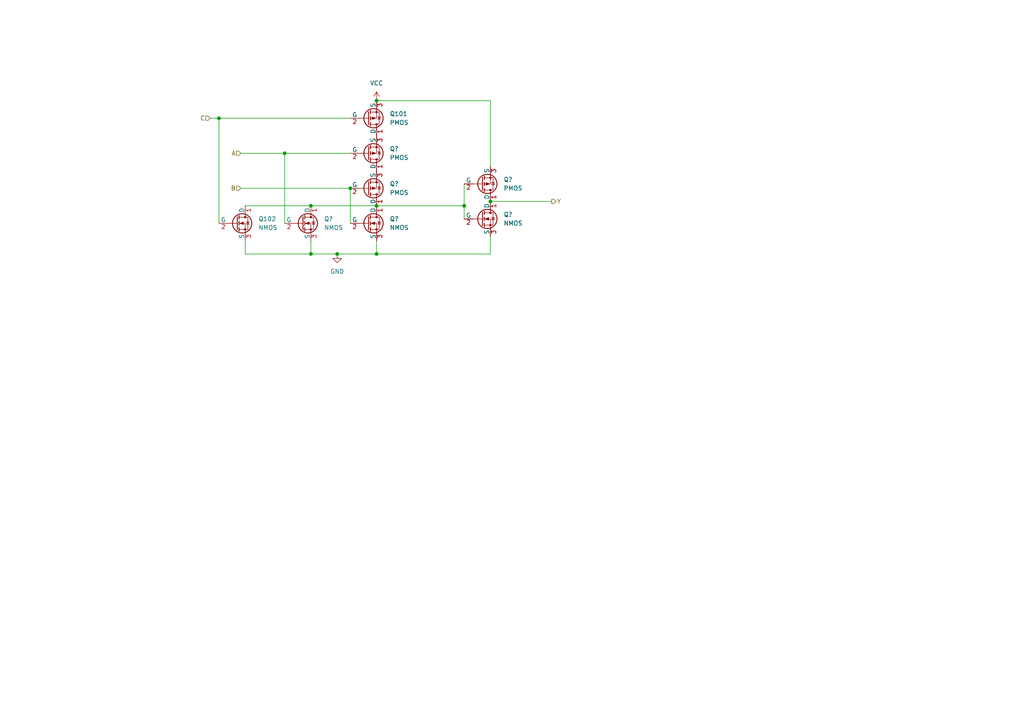
<source format=kicad_sch>
(kicad_sch (version 20250114) (generator "eeschema") (generator_version "9.0")
  (paper "A4")
  (lib_symbols
    (symbol "Simulation_SPICE:NMOS" (pin_names (offset 0))
      (property "Reference" "Q" (at 5.08 1.27 0))
      (property "Value" "NMOS" (at 5.08 -1.27 0))
      (symbol "NMOS_0_1"
        (polyline (pts (xy 0.254 1.905) (xy 0.254 -1.905)) (stroke (width 0.254)))
        (polyline (pts (xy 0.254 0) (xy -2.54 0)))
        (polyline (pts (xy 0.762 2.286) (xy 0.762 1.27)) (stroke (width 0.254)))
        (polyline (pts (xy 0.762 0.508) (xy 0.762 -0.508)) (stroke (width 0.254)))
        (polyline (pts (xy 0.762 -1.27) (xy 0.762 -2.286)) (stroke (width 0.254)))
        (polyline (pts (xy 0.762 -1.778) (xy 3.302 -1.778) (xy 3.302 1.778) (xy 0.762 1.778)))
        (polyline (pts (xy 1.016 0) (xy 2.032 0.381) (xy 2.032 -0.381) (xy 1.016 0)) (fill (type outline)))
        (circle (center 1.651 0) (radius 2.794) (stroke (width 0.254)))
        (polyline (pts (xy 2.54 2.54) (xy 2.54 1.778)))
        (circle (center 2.54 1.778) (radius 0.254) (fill (type outline)))
        (circle (center 2.54 -1.778) (radius 0.254) (fill (type outline)))
        (polyline (pts (xy 2.54 -2.54) (xy 2.54 0) (xy 0.762 0)))
        (polyline (pts (xy 2.794 0.508) (xy 2.921 0.381) (xy 3.683 0.381) (xy 3.81 0.254)))
        (polyline (pts (xy 3.302 0.381) (xy 2.921 -0.254) (xy 3.683 -0.254) (xy 3.302 0.381)))
      )
      (symbol "NMOS_1_1"
        (pin input line (at -5.08 0 0) (length 2.54) (name "G") (number "2"))
        (pin passive line (at 2.54 5.08 270) (length 2.54) (name "D") (number "1"))
        (pin passive line (at 2.54 -5.08 90) (length 2.54) (name "S") (number "3"))
      )
    )
    (symbol "Simulation_SPICE:PMOS" (pin_names (offset 0))
      (property "Reference" "Q" (at 5.08 1.27 0))
      (property "Value" "PMOS" (at 5.08 -1.27 0))
      (symbol "PMOS_0_1"
        (polyline (pts (xy 0.254 1.905) (xy 0.254 -1.905)) (stroke (width 0.254)))
        (polyline (pts (xy 0.254 0) (xy -2.54 0)))
        (polyline (pts (xy 0.762 2.286) (xy 0.762 1.27)) (stroke (width 0.254)))
        (polyline (pts (xy 0.762 1.778) (xy 3.302 1.778) (xy 3.302 -1.778) (xy 0.762 -1.778)))
        (polyline (pts (xy 0.762 0.508) (xy 0.762 -0.508)) (stroke (width 0.254)))
        (polyline (pts (xy 0.762 -1.27) (xy 0.762 -2.286)) (stroke (width 0.254)))
        (circle (center 1.651 0) (radius 2.794) (stroke (width 0.254)))
        (polyline (pts (xy 2.286 0) (xy 1.27 0.381) (xy 1.27 -0.381) (xy 2.286 0)) (fill (type outline)))
        (polyline (pts (xy 2.54 2.54) (xy 2.54 1.778)))
        (circle (center 2.54 1.778) (radius 0.254) (fill (type outline)))
        (circle (center 2.54 -1.778) (radius 0.254) (fill (type outline)))
        (polyline (pts (xy 2.54 -2.54) (xy 2.54 0) (xy 0.762 0)))
        (polyline (pts (xy 2.794 -0.508) (xy 2.921 -0.381) (xy 3.683 -0.381) (xy 3.81 -0.254)))
        (polyline (pts (xy 3.302 -0.381) (xy 2.921 0.254) (xy 3.683 0.254) (xy 3.302 -0.381)))
      )
      (symbol "PMOS_1_1"
        (pin input line (at -5.08 0 0) (length 2.54) (name "G") (number "2"))
        (pin passive line (at 2.54 5.08 270) (length 2.54) (name "D") (number "1"))
        (pin passive line (at 2.54 -5.08 90) (length 2.54) (name "S") (number "3"))
      )
    )
    (symbol "power:GND" (power) (pin_numbers (hide yes)) (pin_names (offset 0) (hide yes))
      (property "Value" "GND" (at 0 -3.81 0))
      (symbol "GND_0_1"
        (polyline (pts (xy 0 0) (xy 0 -1.27) (xy 1.27 -1.27) (xy 0 -2.54) (xy -1.27 -1.27) (xy 0 -1.27)))
      )
      (symbol "GND_1_1"
        (pin power_in line (at 0 0 270) (length 0) (name "~") (number "1"))
      )
    )
    (symbol "power:VCC" (power) (pin_numbers (hide yes)) (pin_names (offset 0) (hide yes))
      (property "Value" "VCC" (at 0 3.556 0))
      (symbol "VCC_0_1"
        (polyline (pts (xy -0.762 1.27) (xy 0 2.54)))
        (polyline (pts (xy 0 2.54) (xy 0.762 1.27)))
        (polyline (pts (xy 0 0) (xy 0 2.54)))
      )
      (symbol "VCC_1_1"
        (pin power_in line (at 0 0 90) (length 0) (name "~") (number "1"))
      )
    )
  )
  (junction (at 90.17 59.69))
  (junction (at 109.22 73.66))
  (junction (at 63.5 34.29))
  (junction (at 134.62 59.69))
  (junction (at 82.55 44.45))
  (junction (at 142.24 58.42))
  (junction (at 97.79 73.66))
  (junction (at 109.22 29.21))
  (junction (at 90.17 73.66))
  (junction (at 109.22 59.69))
  (junction (at 101.6 54.61))
  (wire (pts (xy 142.24 58.42) (xy 160.02 58.42)))
  (wire (pts (xy 71.12 69.85) (xy 71.12 73.66)))
  (wire (pts (xy 142.24 29.21) (xy 142.24 48.26)))
  (wire (pts (xy 134.62 59.69) (xy 134.62 63.5)))
  (wire (pts (xy 97.79 73.66) (xy 109.22 73.66)))
  (wire (pts (xy 90.17 69.85) (xy 90.17 73.66)))
  (wire (pts (xy 109.22 73.66) (xy 109.22 69.85)))
  (wire (pts (xy 82.55 44.45) (xy 82.55 64.77)))
  (wire (pts (xy 101.6 44.45) (xy 82.55 44.45)))
  (wire (pts (xy 109.22 59.69) (xy 134.62 59.69)))
  (wire (pts (xy 63.5 64.77) (xy 63.5 34.29)))
  (wire (pts (xy 90.17 73.66) (xy 97.79 73.66)))
  (wire (pts (xy 101.6 54.61) (xy 101.6 64.77)))
  (wire (pts (xy 60.96 34.29) (xy 63.5 34.29)))
  (wire (pts (xy 69.85 44.45) (xy 82.55 44.45)))
  (wire (pts (xy 90.17 59.69) (xy 109.22 59.69)))
  (wire (pts (xy 71.12 59.69) (xy 90.17 59.69)))
  (wire (pts (xy 109.22 29.21) (xy 142.24 29.21)))
  (wire (pts (xy 63.5 34.29) (xy 101.6 34.29)))
  (wire (pts (xy 134.62 53.34) (xy 134.62 59.69)))
  (wire (pts (xy 109.22 73.66) (xy 142.24 73.66)))
  (wire (pts (xy 69.85 54.61) (xy 101.6 54.61)))
  (wire (pts (xy 142.24 68.58) (xy 142.24 73.66)))
  (wire (pts (xy 71.12 73.66) (xy 90.17 73.66)))
  (hierarchical_label "B" (shape input) (at 69.85 54.61 180))
  (hierarchical_label "Y" (shape output) (at 160.02 58.42 0))
  (hierarchical_label "A" (shape input) (at 69.85 44.45 180))
  (hierarchical_label "C" (shape input) (at 60.96 34.29 180))
  (symbol (lib_id "Simulation_SPICE:PMOS") (at 106.68 54.61 0) (mirror x) (unit 1)
    (property "Reference" "Q?" (at 113.03 53.3399 0) (effects (justify left)))
    (property "Value" "PMOS" (at 113.03 55.8799 0) (effects (justify left)))
    (property "Footprint" "Package_TO_SOT_SMD:TSOT-23" (effects (hide yes)))
    (property "Datasheet" "https://ngspice.sourceforge.io/docs/ngspice-html-manual/manual.xhtml#cha_MOSFETs" (effects (hide yes)))
    (property "Description" "P-MOSFET transistor, drain/source/gate" (effects (hide yes)))
    (property "Sim.Device" "PMOS" (effects (hide yes)))
    (property "Sim.Type" "MOS1" (effects (hide yes)))
    (property "Sim.Pins" "1=D 2=G 3=S" (effects (hide yes)))
  )
  (symbol (lib_id "power:GND") (at 97.79 73.66 0) (unit 1)
    (property "Reference" "#PWR?" (effects (hide yes)))
    (property "Value" "GND" (at 97.79 78.74 0))
    (property "Description" "Power symbol creates a global label with name \"GND\" , ground" (effects (hide yes)))
  )
  (symbol (lib_id "Simulation_SPICE:PMOS") (at 139.7 53.34 0) (mirror x) (unit 1)
    (property "Reference" "Q?" (at 146.05 52.0699 0) (effects (justify left)))
    (property "Value" "PMOS" (at 146.05 54.6099 0) (effects (justify left)))
    (property "Footprint" "Package_TO_SOT_SMD:TSOT-23" (effects (hide yes)))
    (property "Datasheet" "https://ngspice.sourceforge.io/docs/ngspice-html-manual/manual.xhtml#cha_MOSFETs" (effects (hide yes)))
    (property "Description" "P-MOSFET transistor, drain/source/gate" (effects (hide yes)))
    (property "Sim.Device" "PMOS" (effects (hide yes)))
    (property "Sim.Type" "MOS1" (effects (hide yes)))
    (property "Sim.Pins" "1=D 2=G 3=S" (effects (hide yes)))
  )
  (symbol (lib_id "Simulation_SPICE:PMOS") (at 106.68 44.45 0) (mirror x) (unit 1)
    (property "Reference" "Q?" (at 113.03 43.1799 0) (effects (justify left)))
    (property "Value" "PMOS" (at 113.03 45.7199 0) (effects (justify left)))
    (property "Footprint" "Package_TO_SOT_SMD:TSOT-23" (effects (hide yes)))
    (property "Datasheet" "https://ngspice.sourceforge.io/docs/ngspice-html-manual/manual.xhtml#cha_MOSFETs" (effects (hide yes)))
    (property "Description" "P-MOSFET transistor, drain/source/gate" (effects (hide yes)))
    (property "Sim.Device" "PMOS" (effects (hide yes)))
    (property "Sim.Type" "MOS1" (effects (hide yes)))
    (property "Sim.Pins" "1=D 2=G 3=S" (effects (hide yes)))
  )
  (symbol (lib_id "Simulation_SPICE:NMOS") (at 68.58 64.77 0) (unit 1)
    (property "Reference" "Q102" (at 74.93 63.4999 0) (effects (justify left)))
    (property "Value" "NMOS" (at 74.93 66.0399 0) (effects (justify left)))
    (property "Footprint" "Package_TO_SOT_SMD:TSOT-23" (effects (hide yes)))
    (property "Datasheet" "https://ngspice.sourceforge.io/docs/ngspice-html-manual/manual.xhtml#cha_MOSFETs" (effects (hide yes)))
    (property "Description" "N-MOSFET transistor, drain/source/gate" (effects (hide yes)))
    (property "Sim.Device" "NMOS" (effects (hide yes)))
    (property "Sim.Type" "MOS1" (effects (hide yes)))
    (property "Sim.Pins" "1=D 2=G 3=S" (effects (hide yes)))
  )
  (symbol (lib_id "power:VCC") (at 109.22 29.21 0) (unit 1)
    (property "Reference" "#PWR0101" (effects (hide yes)))
    (property "Value" "VCC" (at 109.22 24.13 0))
    (property "Description" "Power symbol creates a global label with name \"VCC\"" (effects (hide yes)))
  )
  (symbol (lib_id "Simulation_SPICE:NMOS") (at 87.63 64.77 0) (unit 1)
    (property "Reference" "Q?" (at 93.98 63.4999 0) (effects (justify left)))
    (property "Value" "NMOS" (at 93.98 66.0399 0) (effects (justify left)))
    (property "Footprint" "Package_TO_SOT_SMD:TSOT-23" (effects (hide yes)))
    (property "Datasheet" "https://ngspice.sourceforge.io/docs/ngspice-html-manual/manual.xhtml#cha_MOSFETs" (effects (hide yes)))
    (property "Description" "N-MOSFET transistor, drain/source/gate" (effects (hide yes)))
    (property "Sim.Device" "NMOS" (effects (hide yes)))
    (property "Sim.Type" "MOS1" (effects (hide yes)))
    (property "Sim.Pins" "1=D 2=G 3=S" (effects (hide yes)))
  )
  (symbol (lib_id "Simulation_SPICE:NMOS") (at 139.7 63.5 0) (unit 1)
    (property "Reference" "Q?" (at 146.05 62.2299 0) (effects (justify left)))
    (property "Value" "NMOS" (at 146.05 64.7699 0) (effects (justify left)))
    (property "Footprint" "Package_TO_SOT_SMD:TSOT-23" (effects (hide yes)))
    (property "Datasheet" "https://ngspice.sourceforge.io/docs/ngspice-html-manual/manual.xhtml#cha_MOSFETs" (effects (hide yes)))
    (property "Description" "N-MOSFET transistor, drain/source/gate" (effects (hide yes)))
    (property "Sim.Device" "NMOS" (effects (hide yes)))
    (property "Sim.Type" "MOS1" (effects (hide yes)))
    (property "Sim.Pins" "1=D 2=G 3=S" (effects (hide yes)))
  )
  (symbol (lib_id "Simulation_SPICE:NMOS") (at 106.68 64.77 0) (unit 1)
    (property "Reference" "Q?" (at 113.03 63.4999 0) (effects (justify left)))
    (property "Value" "NMOS" (at 113.03 66.0399 0) (effects (justify left)))
    (property "Footprint" "Package_TO_SOT_SMD:TSOT-23" (effects (hide yes)))
    (property "Datasheet" "https://ngspice.sourceforge.io/docs/ngspice-html-manual/manual.xhtml#cha_MOSFETs" (effects (hide yes)))
    (property "Description" "N-MOSFET transistor, drain/source/gate" (effects (hide yes)))
    (property "Sim.Device" "NMOS" (effects (hide yes)))
    (property "Sim.Type" "MOS1" (effects (hide yes)))
    (property "Sim.Pins" "1=D 2=G 3=S" (effects (hide yes)))
  )
  (symbol (lib_id "Simulation_SPICE:PMOS") (at 106.68 34.29 0) (mirror x) (unit 1)
    (property "Reference" "Q101" (at 113.03 33.0199 0) (effects (justify left)))
    (property "Value" "PMOS" (at 113.03 35.5599 0) (effects (justify left)))
    (property "Datasheet" "https://ngspice.sourceforge.io/docs/ngspice-html-manual/manual.xhtml#cha_MOSFETs" (effects (hide yes)))
    (property "Description" "P-MOSFET transistor, drain/source/gate" (effects (hide yes)))
    (property "Sim.Device" "PMOS" (effects (hide yes)))
    (property "Sim.Type" "MOS1" (effects (hide yes)))
    (property "Sim.Pins" "1=D 2=G 3=S" (effects (hide yes)))
  )
)
</source>
